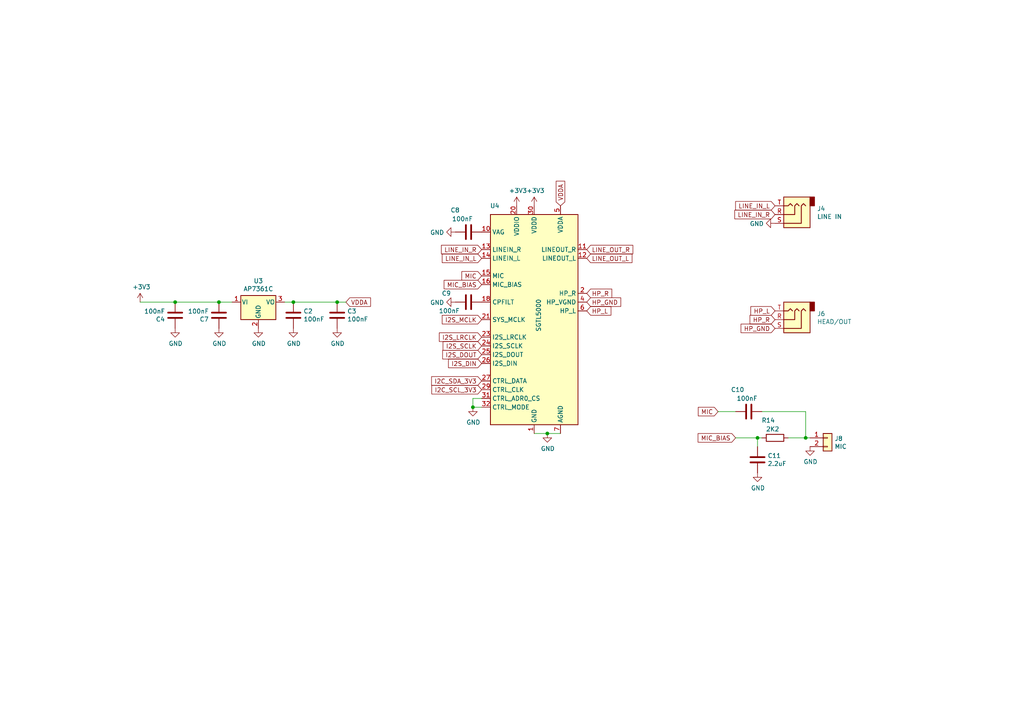
<source format=kicad_sch>
(kicad_sch (version 20211123) (generator eeschema)
  (paper "A4")
  (lib_symbols
    (symbol "Audio:SGTL5000XNAA3"
      (property "Reference" "U" (at 0 0 0))
      (property "Value" "SGTL5000XNAA3" (at -7.62 -31.75 0))
      (symbol "SGTL5000XNAA3_0_1"
        (rectangle (start -12.7 30.48) (end 12.7 -30.48) (stroke (width 0.254)) (fill (type background)))
      )
      (symbol "SGTL5000XNAA3_1_1"
        (pin power_in line (at 0 -33.02 90) (length 2.54) (name "GND") (number "1"))
        (pin passive line (at -15.24 25.4 0) (length 2.54) (name "VAG") (number "10"))
        (pin output line (at 15.24 20.32 180) (length 2.54) (name "LINEOUT_R") (number "11"))
        (pin output line (at 15.24 17.78 180) (length 2.54) (name "LINEOUT_L") (number "12"))
        (pin input line (at -15.24 20.32 0) (length 2.54) (name "LINEIN_R") (number "13"))
        (pin input line (at -15.24 17.78 0) (length 2.54) (name "LINEIN_L") (number "14"))
        (pin input line (at -15.24 12.7 0) (length 2.54) (name "MIC") (number "15"))
        (pin input line (at -15.24 10.16 0) (length 2.54) (name "MIC_BIAS") (number "16"))
        (pin no_connect line (at 10.16 -20.32 0) (length 2.54) hide (name "NC") (number "17"))
        (pin input line (at -15.24 5.08 0) (length 2.54) (name "CPFILT") (number "18"))
        (pin no_connect line (at 10.16 -2.54 0) (length 2.54) hide (name "NC") (number "19"))
        (pin output line (at 15.24 7.62 180) (length 2.54) (name "HP_R") (number "2"))
        (pin power_in line (at -5.08 33.02 270) (length 2.54) (name "VDDIO") (number "20"))
        (pin input line (at -15.24 0 0) (length 2.54) (name "SYS_MCLK") (number "21"))
        (pin no_connect line (at 10.16 -5.08 0) (length 2.54) hide (name "NC") (number "22"))
        (pin input line (at -15.24 -5.08 0) (length 2.54) (name "I2S_LRCLK") (number "23"))
        (pin input line (at -15.24 -7.62 0) (length 2.54) (name "I2S_SCLK") (number "24"))
        (pin output line (at -15.24 -10.16 0) (length 2.54) (name "I2S_DOUT") (number "25"))
        (pin input line (at -15.24 -12.7 0) (length 2.54) (name "I2S_DIN") (number "26"))
        (pin input line (at -15.24 -17.78 0) (length 2.54) (name "CTRL_DATA") (number "27"))
        (pin no_connect line (at 10.16 -7.62 0) (length 2.54) hide (name "NC") (number "28"))
        (pin input line (at -15.24 -20.32 0) (length 2.54) (name "CTRL_CLK") (number "29"))
        (pin passive line (at 0 -33.02 90) (length 2.54) hide (name "GND") (number "3"))
        (pin power_in line (at 0 33.02 270) (length 2.54) (name "VDDD") (number "30"))
        (pin input line (at -15.24 -22.86 0) (length 2.54) (name "CTRL_ADR0_CS") (number "31"))
        (pin input line (at -15.24 -25.4 0) (length 2.54) (name "CTRL_MODE") (number "32"))
        (pin passive line (at 0 -33.02 90) (length 2.54) hide (name "GND") (number "33"))
        (pin power_out line (at 15.24 5.08 180) (length 2.54) (name "HP_VGND") (number "4"))
        (pin power_in line (at 7.62 33.02 270) (length 2.54) (name "VDDA") (number "5"))
        (pin output line (at 15.24 2.54 180) (length 2.54) (name "HP_L") (number "6"))
        (pin power_in line (at 7.62 -33.02 90) (length 2.54) (name "AGND") (number "7"))
        (pin no_connect line (at 10.16 -15.24 0) (length 2.54) hide (name "NC") (number "8"))
        (pin no_connect line (at 10.16 -17.78 0) (length 2.54) hide (name "NC") (number "9"))
      )
    )
    (symbol "Connector:AudioJack3"
      (property "Reference" "J" (at 0 8.89 0))
      (property "Value" "AudioJack3" (at 0 6.35 0))
      (symbol "AudioJack3_0_1"
        (rectangle (start -5.08 -5.08) (end -6.35 -2.54) (stroke (width 0.254)) (fill (type outline)))
        (polyline (pts (xy 0 -2.54) (xy 0.635 -3.175) (xy 1.27 -2.54) (xy 2.54 -2.54)) (stroke (width 0.254)))
        (polyline (pts (xy -1.905 -2.54) (xy -1.27 -3.175) (xy -0.635 -2.54) (xy -0.635 0) (xy 2.54 0)) (stroke (width 0.254)))
        (polyline (pts (xy 2.54 2.54) (xy -2.54 2.54) (xy -2.54 -2.54) (xy -3.175 -3.175) (xy -3.81 -2.54)) (stroke (width 0.254)))
        (rectangle (start 2.54 3.81) (end -5.08 -5.08) (stroke (width 0.254)) (fill (type background)))
      )
      (symbol "AudioJack3_1_1"
        (pin passive line (at 5.08 0 180) (length 2.54) (name "~") (number "R"))
        (pin passive line (at 5.08 2.54 180) (length 2.54) (name "~") (number "S"))
        (pin passive line (at 5.08 -2.54 180) (length 2.54) (name "~") (number "T"))
      )
    )
    (symbol "Connector_Generic:Conn_01x02" (pin_names (offset 1.016) hide)
      (property "Reference" "J" (at 0 2.54 0))
      (property "Value" "Conn_01x02" (at 0 -5.08 0))
      (symbol "Conn_01x02_1_1"
        (rectangle (start -1.27 -2.413) (end 0 -2.667) (stroke (width 0.1524)))
        (rectangle (start -1.27 0.127) (end 0 -0.127) (stroke (width 0.1524)))
        (rectangle (start -1.27 1.27) (end 1.27 -3.81) (stroke (width 0.254)) (fill (type background)))
        (pin passive line (at -5.08 0 0) (length 3.81) (name "Pin_1") (number "1"))
        (pin passive line (at -5.08 -2.54 0) (length 3.81) (name "Pin_2") (number "2"))
      )
    )
    (symbol "Device:C" (pin_numbers hide) (pin_names (offset 0.254))
      (property "Reference" "C" (at 0.635 2.54 0))
      (property "Value" "C" (at 0.635 -2.54 0))
      (symbol "C_0_1"
        (polyline (pts (xy -2.032 -0.762) (xy 2.032 -0.762)) (stroke (width 0.508)))
        (polyline (pts (xy -2.032 0.762) (xy 2.032 0.762)) (stroke (width 0.508)))
      )
      (symbol "C_1_1"
        (pin passive line (at 0 3.81 270) (length 2.794) (name "~") (number "1"))
        (pin passive line (at 0 -3.81 90) (length 2.794) (name "~") (number "2"))
      )
    )
    (symbol "Device:R" (pin_numbers hide) (pin_names (offset 0))
      (property "Reference" "R" (at 2.032 0 90))
      (property "Value" "R" (at 0 0 90))
      (symbol "R_0_1"
        (rectangle (start -1.016 -2.54) (end 1.016 2.54) (stroke (width 0.254)))
      )
      (symbol "R_1_1"
        (pin passive line (at 0 3.81 270) (length 1.27) (name "~") (number "1"))
        (pin passive line (at 0 -3.81 90) (length 1.27) (name "~") (number "2"))
      )
    )
    (symbol "Regulator_Linear:AP7361C-33E" (pin_names (offset 0.254))
      (property "Reference" "U" (at -3.81 3.175 0))
      (property "Value" "AP7361C-33E" (at 0 3.175 0))
      (symbol "AP7361C-33E_0_1"
        (rectangle (start -5.08 -5.08) (end 5.08 1.905) (stroke (width 0.254)) (fill (type background)))
      )
      (symbol "AP7361C-33E_1_1"
        (pin power_in line (at -7.62 0 0) (length 2.54) (name "VI") (number "1"))
        (pin power_in line (at 0 -7.62 90) (length 2.54) (name "GND") (number "2"))
        (pin power_out line (at 7.62 0 180) (length 2.54) (name "VO") (number "3"))
      )
    )
    (symbol "power:+3V3" (power) (pin_names (offset 0))
      (property "Value" "+3V3" (at 0 3.556 0))
      (symbol "+3V3_0_1"
        (polyline (pts (xy -0.762 1.27) (xy 0 2.54)))
        (polyline (pts (xy 0 0) (xy 0 2.54)))
        (polyline (pts (xy 0 2.54) (xy 0.762 1.27)))
      )
      (symbol "+3V3_1_1"
        (pin power_in line (at 0 0 90) (length 0) hide (name "+3V3") (number "1"))
      )
    )
    (symbol "power:GND" (power) (pin_names (offset 0))
      (property "Value" "GND" (at 0 -3.81 0))
      (symbol "GND_0_1"
        (polyline (pts (xy 0 0) (xy 0 -1.27) (xy 1.27 -1.27) (xy 0 -2.54) (xy -1.27 -1.27) (xy 0 -1.27)))
      )
      (symbol "GND_1_1"
        (pin power_in line (at 0 0 270) (length 0) hide (name "GND") (number "1"))
      )
    )
  )
  (junction (at 137.16 118.11))
  (junction (at 97.79 87.63))
  (junction (at 85.09 87.63))
  (junction (at 63.5 87.63))
  (junction (at 233.68 127))
  (junction (at 219.71 127))
  (junction (at 50.8 87.63))
  (junction (at 158.75 125.73))
  (wire (pts (xy 85.09 87.63) (xy 97.79 87.63)))
  (wire (pts (xy 219.71 127) (xy 220.98 127)))
  (wire (pts (xy 233.68 127) (xy 228.6 127)))
  (wire (pts (xy 234.95 127) (xy 233.68 127)))
  (wire (pts (xy 220.98 119.38) (xy 233.68 119.38)))
  (wire (pts (xy 158.75 125.73) (xy 154.94 125.73)))
  (wire (pts (xy 97.79 87.63) (xy 100.33 87.63)))
  (wire (pts (xy 208.28 119.38) (xy 213.36 119.38)))
  (wire (pts (xy 162.56 125.73) (xy 158.75 125.73)))
  (wire (pts (xy 137.16 115.57) (xy 139.7 115.57)))
  (wire (pts (xy 213.36 127) (xy 219.71 127)))
  (wire (pts (xy 233.68 127) (xy 233.68 119.38)))
  (wire (pts (xy 40.64 87.63) (xy 50.8 87.63)))
  (wire (pts (xy 139.7 118.11) (xy 137.16 118.11)))
  (wire (pts (xy 137.16 118.11) (xy 137.16 115.57)))
  (wire (pts (xy 85.09 87.63) (xy 82.55 87.63)))
  (wire (pts (xy 219.71 129.54) (xy 219.71 127)))
  (wire (pts (xy 67.31 87.63) (xy 63.5 87.63)))
  (wire (pts (xy 50.8 87.63) (xy 63.5 87.63)))
  (global_label "HP_L" (shape input) (at 224.79 90.17 180) (property "Intersheet References" "${INTERSHEET_REFS}" (effects hide)))
  (global_label "LINE_OUT_R" (shape input) (at 170.18 72.39 0) (property "Intersheet References" "${INTERSHEET_REFS}" (effects hide)))
  (global_label "I2S_DIN" (shape input) (at 139.7 105.41 180) (property "Intersheet References" "${INTERSHEET_REFS}" (effects hide)))
  (global_label "MIC" (shape input) (at 208.28 119.38 180) (property "Intersheet References" "${INTERSHEET_REFS}" (effects hide)))
  (global_label "LINE_IN_L" (shape input) (at 224.79 59.69 180) (property "Intersheet References" "${INTERSHEET_REFS}" (effects hide)))
  (global_label "VDDA" (shape input) (at 100.33 87.63 0) (property "Intersheet References" "${INTERSHEET_REFS}" (effects hide)))
  (global_label "I2S_MCLK" (shape input) (at 139.7 92.71 180) (property "Intersheet References" "${INTERSHEET_REFS}" (effects hide)))
  (global_label "HP_R" (shape input) (at 170.18 85.09 0) (property "Intersheet References" "${INTERSHEET_REFS}" (effects hide)))
  (global_label "I2C_SDA_3V3" (shape input) (at 139.7 110.49 180) (property "Intersheet References" "${INTERSHEET_REFS}" (effects hide)))
  (global_label "I2C_SCL_3V3" (shape input) (at 139.7 113.03 180) (property "Intersheet References" "${INTERSHEET_REFS}" (effects hide)))
  (global_label "HP_R" (shape input) (at 224.79 92.71 180) (property "Intersheet References" "${INTERSHEET_REFS}" (effects hide)))
  (global_label "LINE_IN_R" (shape input) (at 224.79 62.23 180) (property "Intersheet References" "${INTERSHEET_REFS}" (effects hide)))
  (global_label "LINE_IN_R" (shape input) (at 139.7 72.39 180) (property "Intersheet References" "${INTERSHEET_REFS}" (effects hide)))
  (global_label "I2S_SCLK" (shape input) (at 139.7 100.33 180) (property "Intersheet References" "${INTERSHEET_REFS}" (effects hide)))
  (global_label "VDDA" (shape input) (at 162.56 59.69 90) (property "Intersheet References" "${INTERSHEET_REFS}" (effects hide)))
  (global_label "MIC_BIAS" (shape input) (at 139.7 82.55 180) (property "Intersheet References" "${INTERSHEET_REFS}" (effects hide)))
  (global_label "HP_GND" (shape input) (at 170.18 87.63 0) (property "Intersheet References" "${INTERSHEET_REFS}" (effects hide)))
  (global_label "LINE_IN_L" (shape input) (at 139.7 74.93 180) (property "Intersheet References" "${INTERSHEET_REFS}" (effects hide)))
  (global_label "MIC_BIAS" (shape input) (at 213.36 127 180) (property "Intersheet References" "${INTERSHEET_REFS}" (effects hide)))
  (global_label "MIC" (shape input) (at 139.7 80.01 180) (property "Intersheet References" "${INTERSHEET_REFS}" (effects hide)))
  (global_label "I2S_DOUT" (shape input) (at 139.7 102.87 180) (property "Intersheet References" "${INTERSHEET_REFS}" (effects hide)))
  (global_label "HP_GND" (shape input) (at 224.79 95.25 180) (property "Intersheet References" "${INTERSHEET_REFS}" (effects hide)))
  (global_label "I2S_LRCLK" (shape input) (at 139.7 97.79 180) (property "Intersheet References" "${INTERSHEET_REFS}" (effects hide)))
  (global_label "LINE_OUT_L" (shape input) (at 170.18 74.93 0) (property "Intersheet References" "${INTERSHEET_REFS}" (effects hide)))
  (global_label "HP_L" (shape input) (at 170.18 90.17 0) (property "Intersheet References" "${INTERSHEET_REFS}" (effects hide)))
  (symbol (lib_id "Audio:SGTL5000XNAA3") (at 154.94 92.71 0) (unit 1)
    (property "Reference" "U4" (at 143.51 59.69 0))
    (property "Value" "SGTL5000" (at 156.21 91.44 90))
    (property "Footprint" "Package_DFN_QFN:QFN-32-1EP_5x5mm_P0.5mm_EP3.6x3.6mm" (effects hide))
    (property "Datasheet" "https://www.nxp.com/docs/en/data-sheet/SGTL5000.pdf" (effects hide))
  )
  (symbol (lib_id "Regulator_Linear:AP7361C-33E") (at 74.93 87.63 0) (unit 1)
    (property "Reference" "U3" (at 74.93 81.4832 0))
    (property "Value" "AP7361C" (at 74.93 83.7946 0))
    (property "Footprint" "Package_TO_SOT_SMD:SOT-23" (effects hide))
    (property "Datasheet" "https://www.diodes.com/assets/Datasheets/AP7361C.pdf" (effects hide))
  )
  (symbol (lib_id "Connector:AudioJack3") (at 229.87 92.71 180) (unit 1)
    (property "Reference" "J6" (at 236.982 91.0082 0) (effects (justify right)))
    (property "Value" "HEAD/OUT" (at 236.982 93.3196 0) (effects (justify right)))
    (property "Footprint" "MiniJackConnector:MJ4435" (effects hide))
  )
  (symbol (lib_id "Connector:AudioJack3") (at 229.87 62.23 180) (unit 1)
    (property "Reference" "J4" (at 236.982 60.5282 0) (effects (justify right)))
    (property "Value" "LINE IN" (at 236.982 62.8396 0) (effects (justify right)))
    (property "Footprint" "MiniJackConnector:MJ4435" (effects hide))
  )
  (symbol (lib_id "power:+3V3") (at 40.64 87.63 0) (unit 1)
    (property "Reference" "#PWR06" (effects hide))
    (property "Value" "+3V3" (at 41.021 83.2358 0))
  )
  (symbol (lib_id "power:GND") (at 137.16 118.11 0) (unit 1)
    (property "Reference" "#PWR010" (effects hide))
    (property "Value" "GND" (at 137.287 122.5042 0))
  )
  (symbol (lib_id "power:GND") (at 158.75 125.73 0) (unit 1)
    (property "Reference" "#PWR011" (effects hide))
    (property "Value" "GND" (at 158.877 130.1242 0))
  )
  (symbol (lib_id "power:GND") (at 224.79 64.77 270) (unit 1)
    (property "Reference" "#PWR012" (effects hide))
    (property "Value" "GND" (at 221.5388 64.897 90) (effects (justify right)))
  )
  (symbol (lib_id "Device:C") (at 85.09 91.44 0) (unit 1)
    (property "Reference" "C2" (at 88.011 90.2716 0) (effects (justify left)))
    (property "Value" "100nF" (at 88.011 92.583 0) (effects (justify left)))
    (property "Footprint" "Capacitor_SMD:C_0805_2012Metric" (effects hide))
  )
  (symbol (lib_id "Device:C") (at 97.79 91.44 0) (unit 1)
    (property "Reference" "C3" (at 100.711 90.2716 0) (effects (justify left)))
    (property "Value" "100nF" (at 100.711 92.583 0) (effects (justify left)))
    (property "Footprint" "Capacitor_SMD:C_0805_2012Metric" (effects hide))
  )
  (symbol (lib_id "power:GND") (at 74.93 95.25 0) (unit 1)
    (property "Reference" "#PWR07" (effects hide))
    (property "Value" "GND" (at 75.057 99.6442 0))
  )
  (symbol (lib_id "power:GND") (at 85.09 95.25 0) (unit 1)
    (property "Reference" "#PWR08" (effects hide))
    (property "Value" "GND" (at 85.217 99.6442 0))
  )
  (symbol (lib_id "power:GND") (at 97.79 95.25 0) (unit 1)
    (property "Reference" "#PWR09" (effects hide))
    (property "Value" "GND" (at 97.917 99.6442 0))
  )
  (symbol (lib_id "Device:C") (at 135.89 67.31 90) (unit 1)
    (property "Reference" "C8" (at 133.35 60.96 90) (effects (justify left)))
    (property "Value" "100nF" (at 137.16 63.5 90) (effects (justify left)))
    (property "Footprint" "Capacitor_SMD:C_0805_2012Metric" (effects hide))
  )
  (symbol (lib_id "power:GND") (at 132.08 67.31 270) (unit 1)
    (property "Reference" "#PWR024" (effects hide))
    (property "Value" "GND" (at 128.8288 67.437 90) (effects (justify right)))
  )
  (symbol (lib_id "Device:C") (at 63.5 91.44 180) (unit 1)
    (property "Reference" "C7" (at 60.579 92.6084 0) (effects (justify left)))
    (property "Value" "100nF" (at 60.579 90.297 0) (effects (justify left)))
    (property "Footprint" "Capacitor_SMD:C_0805_2012Metric" (effects hide))
  )
  (symbol (lib_id "power:GND") (at 63.5 95.25 0) (unit 1)
    (property "Reference" "#PWR017" (effects hide))
    (property "Value" "GND" (at 63.627 99.6442 0))
  )
  (symbol (lib_id "power:+3V3") (at 154.94 59.69 0) (unit 1)
    (property "Reference" "#PWR039" (effects hide))
    (property "Value" "+3V3" (at 155.321 55.2958 0))
  )
  (symbol (lib_id "Device:C") (at 50.8 91.44 180) (unit 1)
    (property "Reference" "C4" (at 47.879 92.6084 0) (effects (justify left)))
    (property "Value" "100nF" (at 47.879 90.297 0) (effects (justify left)))
    (property "Footprint" "Capacitor_SMD:C_0805_2012Metric" (effects hide))
  )
  (symbol (lib_id "power:GND") (at 50.8 95.25 0) (unit 1)
    (property "Reference" "#PWR016" (effects hide))
    (property "Value" "GND" (at 50.927 99.6442 0))
  )
  (symbol (lib_id "power:+3V3") (at 149.86 59.69 0) (unit 1)
    (property "Reference" "#PWR038" (effects hide))
    (property "Value" "+3V3" (at 150.241 55.2958 0))
  )
  (symbol (lib_id "power:GND") (at 132.08 87.63 270) (unit 1)
    (property "Reference" "#PWR025" (effects hide))
    (property "Value" "GND" (at 128.8288 87.757 90) (effects (justify right)))
  )
  (symbol (lib_id "Device:C") (at 135.89 87.63 90) (unit 1)
    (property "Reference" "C9" (at 130.81 85.09 90) (effects (justify left)))
    (property "Value" "100nF" (at 133.35 90.17 90) (effects (justify left)))
    (property "Footprint" "Capacitor_SMD:C_0805_2012Metric" (effects hide))
  )
  (symbol (lib_id "Connector_Generic:Conn_01x02") (at 240.03 127 0) (unit 1)
    (property "Reference" "J8" (at 242.062 127.2032 0) (effects (justify left)))
    (property "Value" "MIC" (at 242.062 129.5146 0) (effects (justify left)))
    (property "Footprint" "Connector_JST:JST_XH_B2B-XH-A_1x02_P2.50mm_Vertical" (effects hide))
  )
  (symbol (lib_id "Device:C") (at 217.17 119.38 90) (unit 1)
    (property "Reference" "C10" (at 215.9 113.03 90) (effects (justify left)))
    (property "Value" "100nF" (at 219.71 115.57 90) (effects (justify left)))
    (property "Footprint" "Capacitor_SMD:C_0805_2012Metric" (effects hide))
  )
  (symbol (lib_id "Device:C") (at 219.71 133.35 0) (unit 1)
    (property "Reference" "C11" (at 222.631 132.1816 0) (effects (justify left)))
    (property "Value" "2.2uF" (at 222.631 134.493 0) (effects (justify left)))
    (property "Footprint" "Capacitor_SMD:C_0805_2012Metric" (effects hide))
  )
  (symbol (lib_id "Device:R") (at 224.79 127 90) (unit 1)
    (property "Reference" "R14" (at 224.79 121.92 90) (effects (justify left)))
    (property "Value" "2K2" (at 226.06 124.46 90) (effects (justify left)))
    (property "Footprint" "Resistor_SMD:R_0805_2012Metric" (effects hide))
  )
  (symbol (lib_id "power:GND") (at 234.95 129.54 0) (unit 1)
    (property "Reference" "#PWR041" (effects hide))
    (property "Value" "GND" (at 235.077 133.9342 0))
  )
  (symbol (lib_id "power:GND") (at 219.71 137.16 0) (unit 1)
    (property "Reference" "#PWR040" (effects hide))
    (property "Value" "GND" (at 219.837 141.5542 0))
  )
)
</source>
